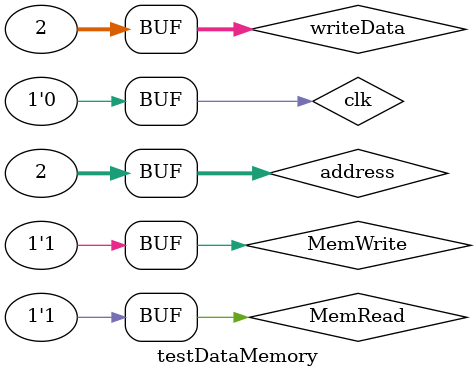
<source format=v>
`timescale 1ns / 1ps


module testDataMemory;

	// Inputs
	reg clk;
	reg [31:0] address;
	reg [31:0] writeData;
	reg MemRead;
	reg MemWrite;

	// Outputs
	wire [31:0] readData;

	// Instantiate the Unit Under Test (UUT)
	dataMemory uut (
		.clk(clk), 
		.address(address), 
		.writeData(writeData), 
		.MemRead(MemRead), 
		.MemWrite(MemWrite), 
		.readData(readData)
	);

	initial begin
		// Initialize Inputs
		clk = 0;
		address = 2;
		writeData = 2;
		MemRead = 1;
		MemWrite = 0;
		#20 clk=1;
		#20 clk=0;
		MemWrite=1;
		MemRead=0;
		#20 clk=1;
		#20 clk=0;
		#20 clk=1;
		#20 clk=0;
		MemRead=1;
		#20 clk=1;
		#20 clk=0;
		#20 clk=1;
		#20 clk=0;
		
	end
      
endmodule


</source>
